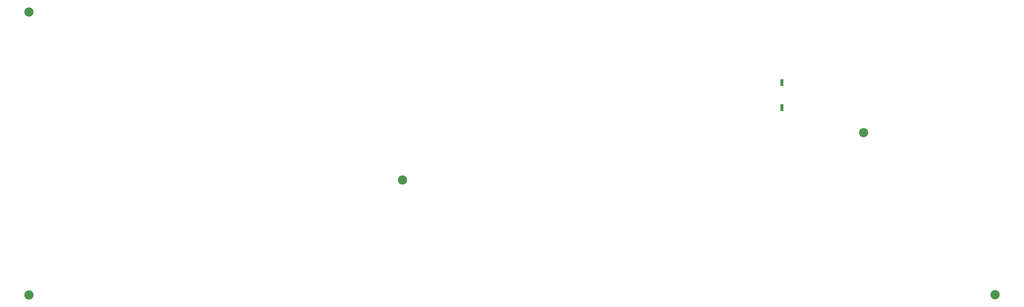
<source format=gbr>
%TF.GenerationSoftware,KiCad,Pcbnew,(5.1.7)-1*%
%TF.CreationDate,2020-10-05T00:15:49-07:00*%
%TF.ProjectId,r65,7236352e-6b69-4636-9164-5f7063625858,rev?*%
%TF.SameCoordinates,Original*%
%TF.FileFunction,Soldermask,Top*%
%TF.FilePolarity,Negative*%
%FSLAX46Y46*%
G04 Gerber Fmt 4.6, Leading zero omitted, Abs format (unit mm)*
G04 Created by KiCad (PCBNEW (5.1.7)-1) date 2020-10-05 00:15:49*
%MOMM*%
%LPD*%
G01*
G04 APERTURE LIST*
%ADD10R,1.120000X2.440000*%
%ADD11C,3.200000*%
G04 APERTURE END LIST*
D10*
%TO.C,REF\u002A\u002A*%
X459750160Y-91416840D03*
X459750160Y-82806840D03*
%TD*%
D11*
%TO.C,REF\u002A\u002A*%
X199867520Y-58348880D03*
%TD*%
%TO.C,REF\u002A\u002A*%
X199867520Y-156113480D03*
%TD*%
%TO.C,REF\u002A\u002A*%
X328767440Y-116352320D03*
%TD*%
%TO.C,REF\u002A\u002A*%
X533323800Y-156006800D03*
%TD*%
%TO.C,REF\u002A\u002A*%
X487969560Y-100055680D03*
%TD*%
M02*

</source>
